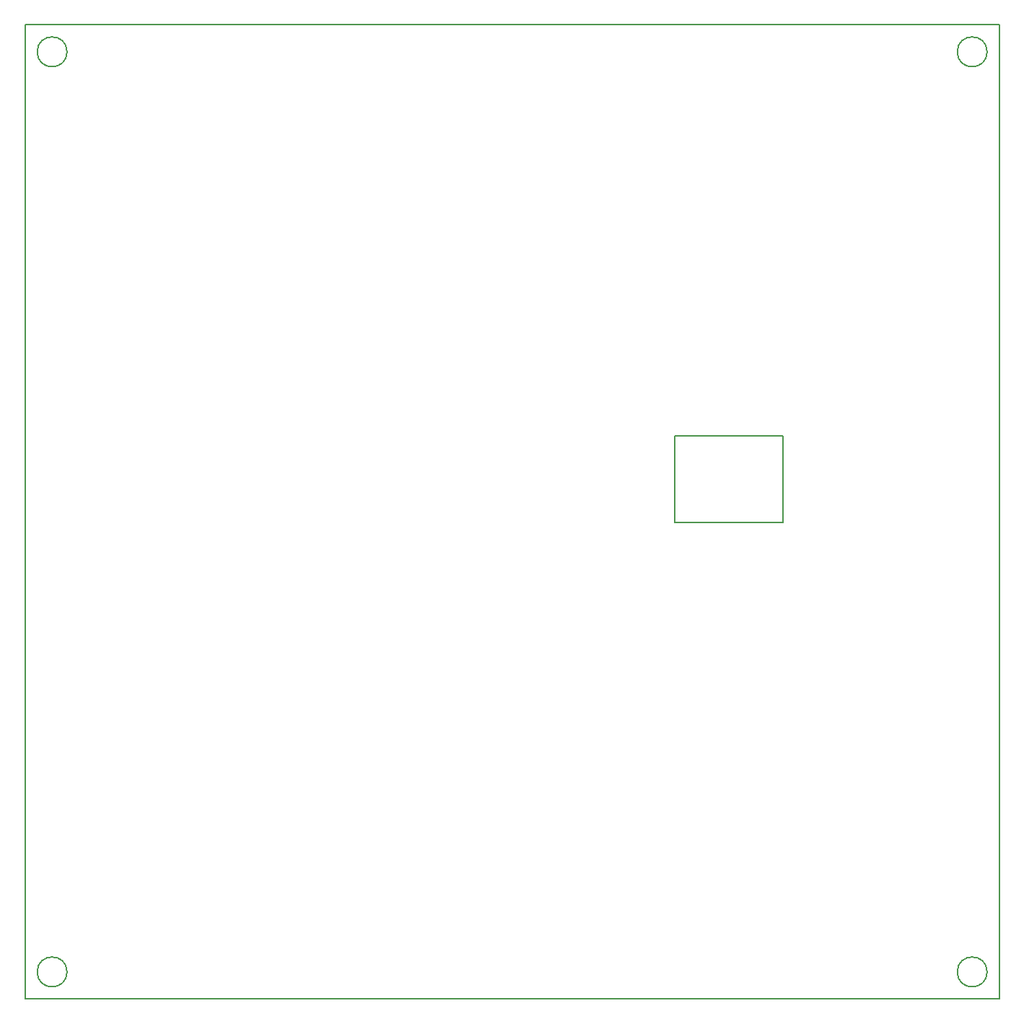
<source format=gbr>
%TF.GenerationSoftware,KiCad,Pcbnew,(5.1.10)-1*%
%TF.CreationDate,2021-08-25T18:12:28+02:00*%
%TF.ProjectId,2DMega,32444d65-6761-42e6-9b69-6361645f7063,rev?*%
%TF.SameCoordinates,Original*%
%TF.FileFunction,Profile,NP*%
%FSLAX46Y46*%
G04 Gerber Fmt 4.6, Leading zero omitted, Abs format (unit mm)*
G04 Created by KiCad (PCBNEW (5.1.10)-1) date 2021-08-25 18:12:28*
%MOMM*%
%LPD*%
G01*
G04 APERTURE LIST*
%TA.AperFunction,Profile*%
%ADD10C,0.150000*%
%TD*%
G04 APERTURE END LIST*
D10*
X100176035Y-151765000D02*
G75*
G03*
X100176035Y-151765000I-1751035J0D01*
G01*
X208126035Y-151765000D02*
G75*
G03*
X208126035Y-151765000I-1751035J0D01*
G01*
X208126035Y-43815000D02*
G75*
G03*
X208126035Y-43815000I-1751035J0D01*
G01*
X100176035Y-43815000D02*
G75*
G03*
X100176035Y-43815000I-1751035J0D01*
G01*
X171450000Y-99060000D02*
X171450000Y-88900000D01*
X184150000Y-99060000D02*
X171450000Y-99060000D01*
X184150000Y-88900000D02*
X184150000Y-99060000D01*
X171450000Y-88900000D02*
X184150000Y-88900000D01*
X209550000Y-154940000D02*
X95250000Y-154940000D01*
X209550000Y-40640000D02*
X209550000Y-154940000D01*
X95250000Y-40640000D02*
X209550000Y-40640000D01*
X95250000Y-40640000D02*
X95250000Y-154940000D01*
M02*

</source>
